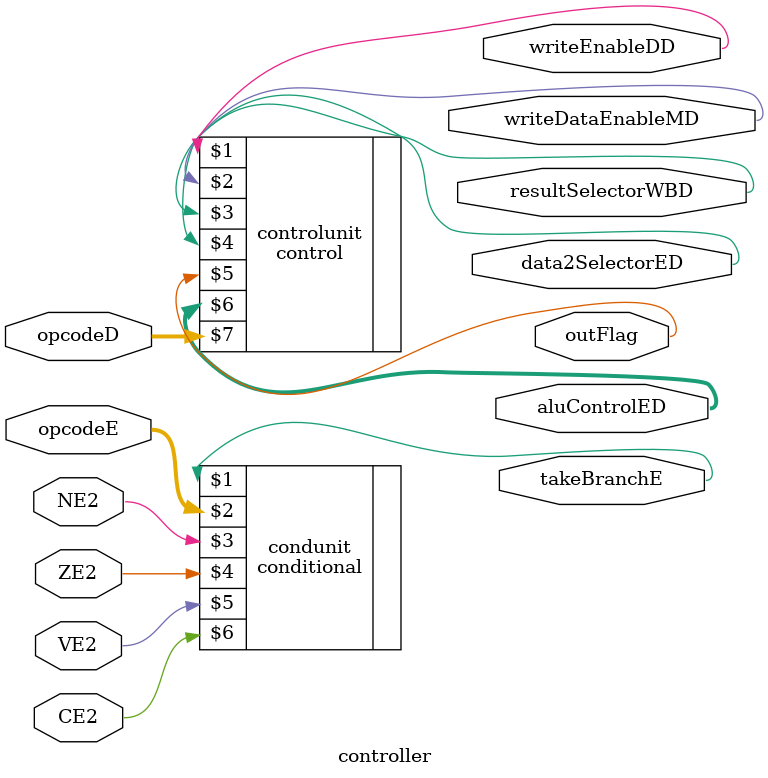
<source format=sv>
module controller #(parameter OPCODEWIDTH = 4)(output logic writeEnableDD, writeDataEnableMD, resultSelectorWBD, data2SelectorED, outFlag,takeBranchE,
					output logic [2:0] aluControlED,
					input logic [OPCODEWIDTH-1:0] opcodeD,
					input logic [OPCODEWIDTH-1:0] opcodeE,
					input logic NE2, ZE2, VE2, CE2
);

	
	control #(OPCODEWIDTH) controlunit(
		writeEnableDD,
		writeDataEnableMD,
		resultSelectorWBD,
		data2SelectorED,
		outFlag,
		aluControlED,
		opcodeD
	);
	
	// condunit
	
	conditional #(OPCODEWIDTH) condunit
	(takeBranchE,
	 opcodeE,
	NE2, ZE2, VE2, CE2
	);
	
endmodule
</source>
